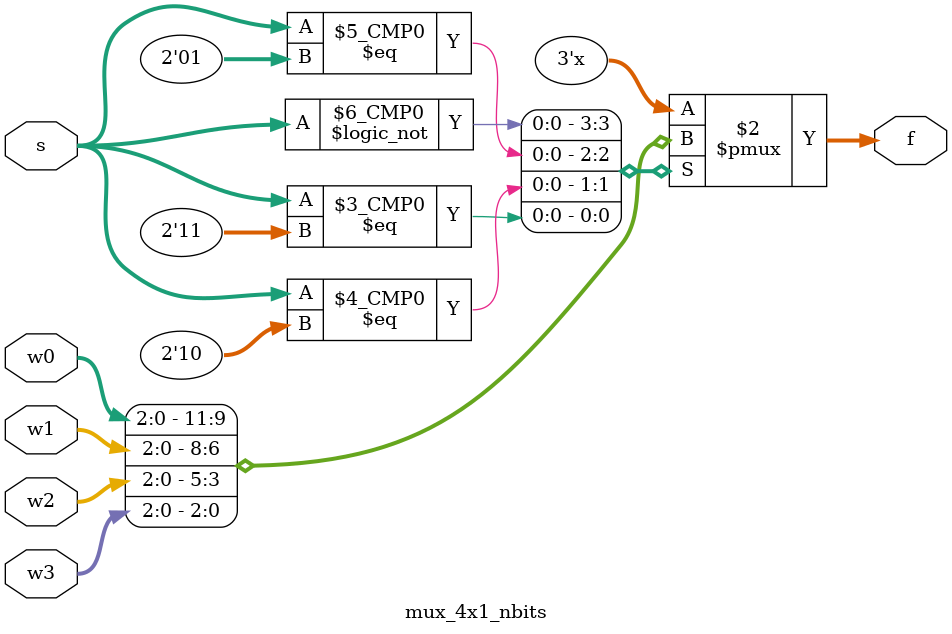
<source format=v>
`timescale 1ns / 1ps


module mux_4x1_nbits
    #(parameter n = 3)
    (
    input [n - 1:0] w0, w1, w2, w3,
    input [1:0] s,
    output reg [n - 1:0] f
    );
    
    always @(w0, w1, w2, w3, s)
    begin
//        f = s[1]? (s[0]? w3:w2):(s[0]? w1:w0);             // We can use conditional operator in a conditional operator, wowww
        
        // if-else
/*      if (s == 2'b00)
            f = w0;
        else if (s == 2'b01)
            f = w1;
        else if (s == 2'b10)
            f = w2;
        else if (s == 2'b11)
            f = w3;
        else
            f = 'bx;*/
        
        // Case statement
        case(s)
        2'b00: f = w0;
        2'b01: f = w1;
        2'b10: f = w2; 
        2'b11: f = w3;
        default: f = 'bx; 
        endcase
    end
endmodule
</source>
